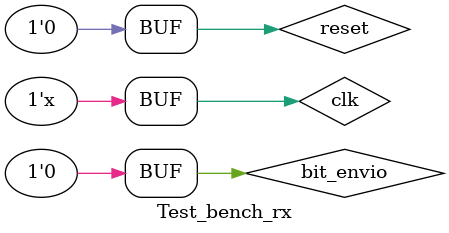
<source format=v>
`timescale 1ns / 1ps

    
module Test_bench_rx;
        
    reg clk = 1'b0;
    reg bit_envio = 1'b0;
    reg reset = 1'b0;
    wire o_tick;
                      
        Baud_gen baud_gen
    (
            .i_clk(clk),
            .o_tick(o_tick)
    );
    RX rx(
           .i_clk(clk),   
           .i_tick(o_tick),
           .i_rx(bit_envio),
           .i_reset(reset)              
    );
    initial begin
        
    end
                    
    always begin
        #1
        clk = ~clk;
    end
endmodule

</source>
